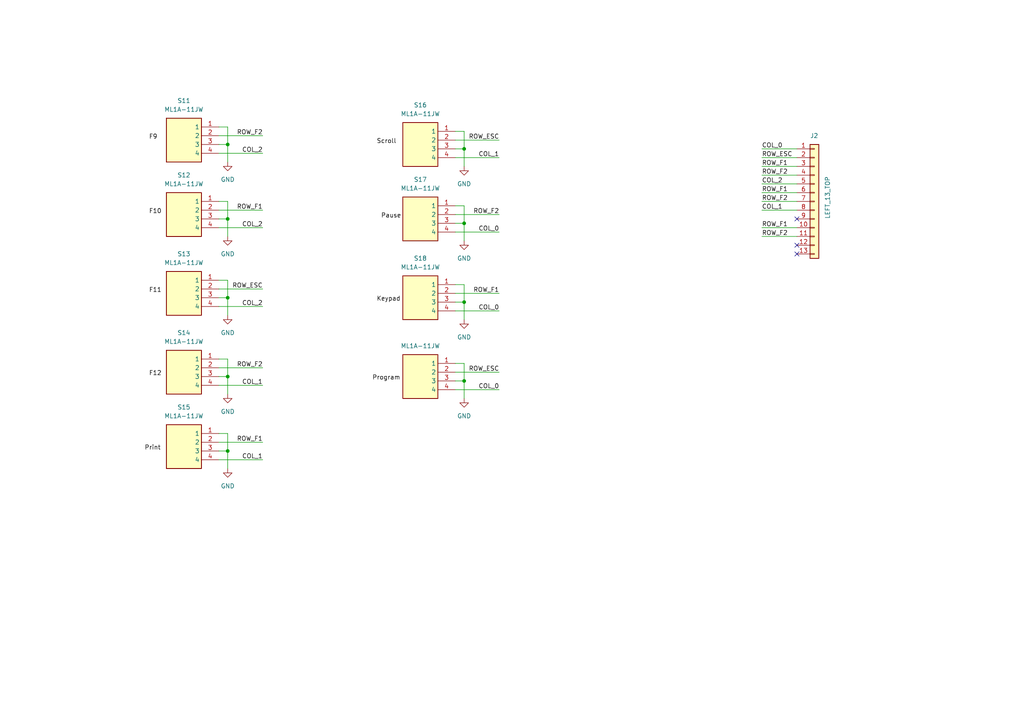
<source format=kicad_sch>
(kicad_sch (version 20230819) (generator eeschema)
  (paper "A4")
  (lib_symbols
    (symbol "Connector_Generic:Conn_01x13" (pin_names (offset 1.016) hide)
      (property "Reference" "J" (at 0 17.78 0))
      (property "Value" "Conn_01x13" (at 0 -17.78 0))
      (symbol "Conn_01x13_1_1"
        (rectangle (start -1.27 -15.113) (end 0 -15.367) (stroke (width 0.1524)))
        (rectangle (start -1.27 -12.573) (end 0 -12.827) (stroke (width 0.1524)))
        (rectangle (start -1.27 -10.033) (end 0 -10.287) (stroke (width 0.1524)))
        (rectangle (start -1.27 -7.493) (end 0 -7.747) (stroke (width 0.1524)))
        (rectangle (start -1.27 -4.953) (end 0 -5.207) (stroke (width 0.1524)))
        (rectangle (start -1.27 -2.413) (end 0 -2.667) (stroke (width 0.1524)))
        (rectangle (start -1.27 0.127) (end 0 -0.127) (stroke (width 0.1524)))
        (rectangle (start -1.27 2.667) (end 0 2.413) (stroke (width 0.1524)))
        (rectangle (start -1.27 5.207) (end 0 4.953) (stroke (width 0.1524)))
        (rectangle (start -1.27 7.747) (end 0 7.493) (stroke (width 0.1524)))
        (rectangle (start -1.27 10.287) (end 0 10.033) (stroke (width 0.1524)))
        (rectangle (start -1.27 12.827) (end 0 12.573) (stroke (width 0.1524)))
        (rectangle (start -1.27 15.367) (end 0 15.113) (stroke (width 0.1524)))
        (rectangle (start -1.27 16.51) (end 1.27 -16.51) (stroke (width 0.254)) (fill (type background)))
        (pin passive line (at -5.08 15.24 0) (length 3.81) (name "Pin_1") (number "1"))
        (pin passive line (at -5.08 -7.62 0) (length 3.81) (name "Pin_10") (number "10"))
        (pin passive line (at -5.08 -10.16 0) (length 3.81) (name "Pin_11") (number "11"))
        (pin passive line (at -5.08 -12.7 0) (length 3.81) (name "Pin_12") (number "12"))
        (pin passive line (at -5.08 -15.24 0) (length 3.81) (name "Pin_13") (number "13"))
        (pin passive line (at -5.08 12.7 0) (length 3.81) (name "Pin_2") (number "2"))
        (pin passive line (at -5.08 10.16 0) (length 3.81) (name "Pin_3") (number "3"))
        (pin passive line (at -5.08 7.62 0) (length 3.81) (name "Pin_4") (number "4"))
        (pin passive line (at -5.08 5.08 0) (length 3.81) (name "Pin_5") (number "5"))
        (pin passive line (at -5.08 2.54 0) (length 3.81) (name "Pin_6") (number "6"))
        (pin passive line (at -5.08 0 0) (length 3.81) (name "Pin_7") (number "7"))
        (pin passive line (at -5.08 -2.54 0) (length 3.81) (name "Pin_8") (number "8"))
        (pin passive line (at -5.08 -5.08 0) (length 3.81) (name "Pin_9") (number "9"))
      )
    )
    (symbol "dodo-buttons:ML1A-11JW"
      (property "Reference" "S" (at 0 -7.62 0))
      (property "Value" "ML1A-11JW" (at -5.08 8.89 0))
      (symbol "ML1A-11JW_1_1"
        (rectangle (start -5.08 6.35) (end 5.08 -6.35) (stroke (width 0.254)) (fill (type background)))
        (pin passive line (at 10.16 3.81 180) (length 5.08) (name "1") (number "1"))
        (pin passive line (at 10.16 1.27 180) (length 5.08) (name "2") (number "2"))
        (pin passive line (at 10.16 -1.27 180) (length 5.08) (name "3") (number "3"))
        (pin passive line (at 10.16 -3.81 180) (length 5.08) (name "4") (number "4"))
      )
    )
    (symbol "power:GND" (power) (pin_names (offset 0))
      (property "Value" "GND" (at 0 -3.81 0))
      (symbol "GND_0_1"
        (polyline (pts (xy 0 0) (xy 0 -1.27) (xy 1.27 -1.27) (xy 0 -2.54) (xy -1.27 -1.27) (xy 0 -1.27)))
      )
      (symbol "GND_1_1"
        (pin power_in line (at 0 0 270) (length 0) hide (name "GND") (number "1"))
      )
    )
  )
  (junction (at 134.62 110.49))
  (junction (at 66.04 86.36))
  (junction (at 66.04 109.22))
  (junction (at 134.62 43.18))
  (junction (at 66.04 130.81))
  (junction (at 134.62 87.63))
  (junction (at 66.04 41.91))
  (junction (at 66.04 63.5))
  (junction (at 134.62 64.77))
  (no_connect (at 231.14 63.5))
  (no_connect (at 231.14 73.66))
  (no_connect (at 231.14 71.12))
  (wire (pts (xy 132.08 59.69) (xy 134.62 59.69)))
  (wire (pts (xy 66.04 36.83) (xy 66.04 41.91)))
  (wire (pts (xy 66.04 109.22) (xy 66.04 114.3)))
  (wire (pts (xy 220.98 50.8) (xy 231.14 50.8)))
  (wire (pts (xy 220.98 48.26) (xy 231.14 48.26)))
  (wire (pts (xy 66.04 58.42) (xy 66.04 63.5)))
  (wire (pts (xy 132.08 90.17) (xy 144.78 90.17)))
  (wire (pts (xy 63.5 125.73) (xy 66.04 125.73)))
  (wire (pts (xy 63.5 36.83) (xy 66.04 36.83)))
  (wire (pts (xy 63.5 58.42) (xy 66.04 58.42)))
  (wire (pts (xy 134.62 82.55) (xy 134.62 87.63)))
  (wire (pts (xy 220.98 58.42) (xy 231.14 58.42)))
  (wire (pts (xy 132.08 64.77) (xy 134.62 64.77)))
  (wire (pts (xy 63.5 128.27) (xy 76.2 128.27)))
  (wire (pts (xy 66.04 41.91) (xy 66.04 46.99)))
  (wire (pts (xy 220.98 66.04) (xy 231.14 66.04)))
  (wire (pts (xy 134.62 87.63) (xy 134.62 92.71)))
  (wire (pts (xy 63.5 133.35) (xy 76.2 133.35)))
  (wire (pts (xy 132.08 67.31) (xy 144.78 67.31)))
  (wire (pts (xy 63.5 106.68) (xy 76.2 106.68)))
  (wire (pts (xy 63.5 88.9) (xy 76.2 88.9)))
  (wire (pts (xy 134.62 38.1) (xy 134.62 43.18)))
  (wire (pts (xy 220.98 53.34) (xy 231.14 53.34)))
  (wire (pts (xy 220.98 45.72) (xy 231.14 45.72)))
  (wire (pts (xy 134.62 59.69) (xy 134.62 64.77)))
  (wire (pts (xy 134.62 105.41) (xy 134.62 110.49)))
  (wire (pts (xy 132.08 40.64) (xy 144.78 40.64)))
  (wire (pts (xy 63.5 63.5) (xy 66.04 63.5)))
  (wire (pts (xy 132.08 107.95) (xy 144.78 107.95)))
  (wire (pts (xy 63.5 86.36) (xy 66.04 86.36)))
  (wire (pts (xy 132.08 45.72) (xy 144.78 45.72)))
  (wire (pts (xy 132.08 38.1) (xy 134.62 38.1)))
  (wire (pts (xy 66.04 63.5) (xy 66.04 68.58)))
  (wire (pts (xy 220.98 68.58) (xy 231.14 68.58)))
  (wire (pts (xy 134.62 110.49) (xy 134.62 115.57)))
  (wire (pts (xy 132.08 43.18) (xy 134.62 43.18)))
  (wire (pts (xy 63.5 81.28) (xy 66.04 81.28)))
  (wire (pts (xy 66.04 125.73) (xy 66.04 130.81)))
  (wire (pts (xy 220.98 60.96) (xy 231.14 60.96)))
  (wire (pts (xy 134.62 64.77) (xy 134.62 69.85)))
  (wire (pts (xy 132.08 87.63) (xy 134.62 87.63)))
  (wire (pts (xy 220.98 55.88) (xy 231.14 55.88)))
  (wire (pts (xy 63.5 41.91) (xy 66.04 41.91)))
  (wire (pts (xy 63.5 66.04) (xy 76.2 66.04)))
  (wire (pts (xy 132.08 105.41) (xy 134.62 105.41)))
  (wire (pts (xy 132.08 110.49) (xy 134.62 110.49)))
  (wire (pts (xy 63.5 60.96) (xy 76.2 60.96)))
  (wire (pts (xy 63.5 130.81) (xy 66.04 130.81)))
  (wire (pts (xy 220.98 43.18) (xy 231.14 43.18)))
  (wire (pts (xy 63.5 104.14) (xy 66.04 104.14)))
  (wire (pts (xy 132.08 82.55) (xy 134.62 82.55)))
  (wire (pts (xy 66.04 86.36) (xy 66.04 91.44)))
  (wire (pts (xy 63.5 44.45) (xy 76.2 44.45)))
  (wire (pts (xy 63.5 109.22) (xy 66.04 109.22)))
  (wire (pts (xy 66.04 130.81) (xy 66.04 135.89)))
  (wire (pts (xy 63.5 111.76) (xy 76.2 111.76)))
  (wire (pts (xy 132.08 113.03) (xy 144.78 113.03)))
  (wire (pts (xy 63.5 39.37) (xy 76.2 39.37)))
  (wire (pts (xy 66.04 104.14) (xy 66.04 109.22)))
  (wire (pts (xy 132.08 85.09) (xy 144.78 85.09)))
  (wire (pts (xy 132.08 62.23) (xy 144.78 62.23)))
  (wire (pts (xy 134.62 43.18) (xy 134.62 48.26)))
  (wire (pts (xy 66.04 81.28) (xy 66.04 86.36)))
  (wire (pts (xy 63.5 83.82) (xy 76.2 83.82)))
  (label "COL_1" (at 220.98 60.96 0))
  (label "ROW_F1" (at 144.78 85.09 180))
  (label "COL_1" (at 76.2 133.35 180))
  (label "COL_0" (at 144.78 113.03 180))
  (label "ROW_ESC" (at 76.2 83.82 180))
  (label "COL_1" (at 144.78 45.72 180))
  (label "ROW_F2" (at 220.98 50.8 0))
  (label "ROW_F1" (at 76.2 128.27 180))
  (label "F11" (at 43.18 85.09 0))
  (label "Keypad" (at 109.22 87.63 0))
  (label "ROW_ESC" (at 144.78 107.95 180))
  (label "Scroll" (at 109.22 41.91 0))
  (label "ROW_F2" (at 220.98 58.42 0))
  (label "ROW_F2" (at 220.98 68.58 0))
  (label "F12" (at 43.18 109.22 0))
  (label "COL_0" (at 144.78 90.17 180))
  (label "Print" (at 41.91 130.81 0))
  (label "COL_0" (at 144.78 67.31 180))
  (label "COL_2" (at 76.2 66.04 180))
  (label "ROW_F2" (at 144.78 62.23 180))
  (label "ROW_ESC" (at 220.98 45.72 0))
  (label "COL_2" (at 220.98 53.34 0))
  (label "COL_2" (at 76.2 44.45 180))
  (label "ROW_F1" (at 76.2 60.96 180))
  (label "Pause" (at 110.49 63.5 0))
  (label "ROW_F1" (at 220.98 55.88 0))
  (label "ROW_ESC" (at 144.78 40.64 180))
  (label "COL_0" (at 220.98 43.18 0))
  (label "COL_1" (at 76.2 111.76 180))
  (label "COL_2" (at 76.2 88.9 180))
  (label "ROW_F2" (at 76.2 106.68 180))
  (label "ROW_F1" (at 220.98 48.26 0))
  (label "F9" (at 43.18 40.64 0))
  (label "ROW_F1" (at 220.98 66.04 0))
  (label "F10" (at 43.18 62.23 0))
  (label "ROW_F2" (at 76.2 39.37 180))
  (label "Program" (at 107.95 110.49 0))
  (symbol (lib_id "power:GND") (at 134.62 115.57 0) (unit 1)
    (property "Reference" "#PWR01" (effects hide))
    (property "Value" "GND" (at 134.62 120.65 0))
    (property "Description" "Power symbol creates a global label with name \"GND\" , ground" (effects hide))
    (instances (project "kinesis_fkeys" (path "" (reference "#PWR01") (unit 1)) (path "" (reference "#PWR018") (unit 1))))
  )
  (symbol (lib_id "dodo-buttons:ML1A-11JW") (at 53.34 129.54 0) (unit 1)
    (property "Reference" "S15" (at 53.34 118.11 0))
    (property "Value" "ML1A-11JW" (at 53.34 120.65 0))
    (property "Footprint" "dodo_button_and_switch:ML1A11JW" (effects hide))
    (property "Datasheet" "http://switches-sensors.zf.com/wp-content/blogs.dir/7/2012/07/Keymodule_ML_EN.pdf" (effects hide))
    (property "Description" "Pushbutton Switches Ultra-Low Profile Mech. Keyswitch, Linear Feel Fixation Pins for PCB Mounting Jumper (for double sided PCB applications)" (effects hide))
    (property "Height" "6.9" (effects hide))
    (property "Mouser Part Number" "540-ML1A-11JW" (effects hide))
    (property "Mouser Price/Stock" "https://www.mouser.co.uk/ProductDetail/CHERRY/ML1A-11JW?qs=AQlKX63v8RtEVEgKx51JBA%3D%3D" (effects hide))
    (property "Manufacturer_Name" "Cherry" (effects hide))
    (property "Manufacturer_Part_Number" "ML1A-11JW" (effects hide))
  )
  (symbol (lib_id "dodo-buttons:ML1A-11JW") (at 121.92 63.5 0) (unit 1)
    (property "Reference" "S17" (at 121.92 52.07 0))
    (property "Value" "ML1A-11JW" (at 121.92 54.61 0))
    (property "Footprint" "dodo_button_and_switch:ML1A11JW" (effects hide))
    (property "Datasheet" "http://switches-sensors.zf.com/wp-content/blogs.dir/7/2012/07/Keymodule_ML_EN.pdf" (effects hide))
    (property "Description" "Pushbutton Switches Ultra-Low Profile Mech. Keyswitch, Linear Feel Fixation Pins for PCB Mounting Jumper (for double sided PCB applications)" (effects hide))
    (property "Height" "6.9" (effects hide))
    (property "Mouser Part Number" "540-ML1A-11JW" (effects hide))
    (property "Mouser Price/Stock" "https://www.mouser.co.uk/ProductDetail/CHERRY/ML1A-11JW?qs=AQlKX63v8RtEVEgKx51JBA%3D%3D" (effects hide))
    (property "Manufacturer_Name" "Cherry" (effects hide))
    (property "Manufacturer_Part_Number" "ML1A-11JW" (effects hide))
  )
  (symbol (lib_id "dodo-buttons:ML1A-11JW") (at 53.34 107.95 0) (unit 1)
    (property "Reference" "S14" (at 53.34 96.52 0))
    (property "Value" "ML1A-11JW" (at 53.34 99.06 0))
    (property "Footprint" "dodo_button_and_switch:ML1A11JW" (effects hide))
    (property "Datasheet" "http://switches-sensors.zf.com/wp-content/blogs.dir/7/2012/07/Keymodule_ML_EN.pdf" (effects hide))
    (property "Description" "Pushbutton Switches Ultra-Low Profile Mech. Keyswitch, Linear Feel Fixation Pins for PCB Mounting Jumper (for double sided PCB applications)" (effects hide))
    (property "Height" "6.9" (effects hide))
    (property "Mouser Part Number" "540-ML1A-11JW" (effects hide))
    (property "Mouser Price/Stock" "https://www.mouser.co.uk/ProductDetail/CHERRY/ML1A-11JW?qs=AQlKX63v8RtEVEgKx51JBA%3D%3D" (effects hide))
    (property "Manufacturer_Name" "Cherry" (effects hide))
    (property "Manufacturer_Part_Number" "ML1A-11JW" (effects hide))
  )
  (symbol (lib_id "power:GND") (at 134.62 48.26 0) (unit 1)
    (property "Reference" "#PWR01" (effects hide))
    (property "Value" "GND" (at 134.62 53.34 0))
    (property "Description" "Power symbol creates a global label with name \"GND\" , ground" (effects hide))
    (instances (project "kinesis_fkeys" (path "" (reference "#PWR01") (unit 1)) (path "" (reference "#PWR015") (unit 1))))
  )
  (symbol (lib_id "power:GND") (at 66.04 46.99 0) (unit 1)
    (property "Reference" "#PWR01" (effects hide))
    (property "Value" "GND" (at 66.04 52.07 0))
    (property "Description" "Power symbol creates a global label with name \"GND\" , ground" (effects hide))
    (instances (project "kinesis_fkeys" (path "" (reference "#PWR01") (unit 1)) (path "" (reference "#PWR010") (unit 1))))
  )
  (symbol (lib_id "dodo-buttons:ML1A-11JW") (at 53.34 85.09 0) (unit 1)
    (property "Reference" "S13" (at 53.34 73.66 0))
    (property "Value" "ML1A-11JW" (at 53.34 76.2 0))
    (property "Footprint" "dodo_button_and_switch:ML1A11JW" (effects hide))
    (property "Datasheet" "http://switches-sensors.zf.com/wp-content/blogs.dir/7/2012/07/Keymodule_ML_EN.pdf" (effects hide))
    (property "Description" "Pushbutton Switches Ultra-Low Profile Mech. Keyswitch, Linear Feel Fixation Pins for PCB Mounting Jumper (for double sided PCB applications)" (effects hide))
    (property "Height" "6.9" (effects hide))
    (property "Mouser Part Number" "540-ML1A-11JW" (effects hide))
    (property "Mouser Price/Stock" "https://www.mouser.co.uk/ProductDetail/CHERRY/ML1A-11JW?qs=AQlKX63v8RtEVEgKx51JBA%3D%3D" (effects hide))
    (property "Manufacturer_Name" "Cherry" (effects hide))
    (property "Manufacturer_Part_Number" "ML1A-11JW" (effects hide))
  )
  (symbol (lib_id "dodo-buttons:ML1A-11JW") (at 121.92 41.91 0) (unit 1)
    (property "Reference" "S16" (at 121.92 30.48 0))
    (property "Value" "ML1A-11JW" (at 121.92 33.02 0))
    (property "Footprint" "dodo_button_and_switch:ML1A11JW" (effects hide))
    (property "Datasheet" "http://switches-sensors.zf.com/wp-content/blogs.dir/7/2012/07/Keymodule_ML_EN.pdf" (effects hide))
    (property "Description" "Pushbutton Switches Ultra-Low Profile Mech. Keyswitch, Linear Feel Fixation Pins for PCB Mounting Jumper (for double sided PCB applications)" (effects hide))
    (property "Height" "6.9" (effects hide))
    (property "Mouser Part Number" "540-ML1A-11JW" (effects hide))
    (property "Mouser Price/Stock" "https://www.mouser.co.uk/ProductDetail/CHERRY/ML1A-11JW?qs=AQlKX63v8RtEVEgKx51JBA%3D%3D" (effects hide))
    (property "Manufacturer_Name" "Cherry" (effects hide))
    (property "Manufacturer_Part_Number" "ML1A-11JW" (effects hide))
  )
  (symbol (lib_id "dodo-buttons:ML1A-11JW") (at 53.34 40.64 0) (unit 1)
    (property "Reference" "S11" (at 53.34 29.21 0))
    (property "Value" "ML1A-11JW" (at 53.34 31.75 0))
    (property "Footprint" "dodo_button_and_switch:ML1A11JW" (effects hide))
    (property "Datasheet" "http://switches-sensors.zf.com/wp-content/blogs.dir/7/2012/07/Keymodule_ML_EN.pdf" (effects hide))
    (property "Description" "Pushbutton Switches Ultra-Low Profile Mech. Keyswitch, Linear Feel Fixation Pins for PCB Mounting Jumper (for double sided PCB applications)" (effects hide))
    (property "Height" "6.9" (effects hide))
    (property "Mouser Part Number" "540-ML1A-11JW" (effects hide))
    (property "Mouser Price/Stock" "https://www.mouser.co.uk/ProductDetail/CHERRY/ML1A-11JW?qs=AQlKX63v8RtEVEgKx51JBA%3D%3D" (effects hide))
    (property "Manufacturer_Name" "Cherry" (effects hide))
    (property "Manufacturer_Part_Number" "ML1A-11JW" (effects hide))
  )
  (symbol (lib_id "Connector_Generic:Conn_01x13") (at 236.22 58.42 0) (unit 1)
    (property "Reference" "J2" (at 234.95 39.37 0) (effects (justify left)))
    (property "Value" "LEFT_13_TOP" (at 240.03 63.5 90) (effects (justify left)))
    (property "Footprint" "dodo_conn:Molex-39-53-2135" (effects hide))
    (property "digikeypn" "WM14526-ND" (effects hide))
    (property "MPN" "39-53-2135" (effects hide))
    (property "mouserpn" "538-39-53-2135" (effects hide))
    (instances (project "kinesis_fkeys" (path "" (reference "J2") (unit 1)) (path "" (reference "J2") (unit 1))) (project "kinesis_board" (path "" (reference "J?") (unit 1))) (project "kint" (path "" (reference "J?") (unit 1))))
  )
  (symbol (lib_id "dodo-buttons:ML1A-11JW") (at 121.92 86.36 0) (unit 1)
    (property "Reference" "S18" (at 121.92 74.93 0))
    (property "Value" "ML1A-11JW" (at 121.92 77.47 0))
    (property "Footprint" "dodo_button_and_switch:ML1A11JW" (effects hide))
    (property "Datasheet" "http://switches-sensors.zf.com/wp-content/blogs.dir/7/2012/07/Keymodule_ML_EN.pdf" (effects hide))
    (property "Description" "Pushbutton Switches Ultra-Low Profile Mech. Keyswitch, Linear Feel Fixation Pins for PCB Mounting Jumper (for double sided PCB applications)" (effects hide))
    (property "Height" "6.9" (effects hide))
    (property "Mouser Part Number" "540-ML1A-11JW" (effects hide))
    (property "Mouser Price/Stock" "https://www.mouser.co.uk/ProductDetail/CHERRY/ML1A-11JW?qs=AQlKX63v8RtEVEgKx51JBA%3D%3D" (effects hide))
    (property "Manufacturer_Name" "Cherry" (effects hide))
    (property "Manufacturer_Part_Number" "ML1A-11JW" (effects hide))
  )
  (symbol (lib_id "power:GND") (at 66.04 91.44 0) (unit 1)
    (property "Reference" "#PWR01" (effects hide))
    (property "Value" "GND" (at 66.04 96.52 0))
    (property "Description" "Power symbol creates a global label with name \"GND\" , ground" (effects hide))
    (instances (project "kinesis_fkeys" (path "" (reference "#PWR01") (unit 1)) (path "" (reference "#PWR012") (unit 1))))
  )
  (symbol (lib_id "power:GND") (at 134.62 92.71 0) (unit 1)
    (property "Reference" "#PWR01" (effects hide))
    (property "Value" "GND" (at 134.62 97.79 0))
    (property "Description" "Power symbol creates a global label with name \"GND\" , ground" (effects hide))
    (instances (project "kinesis_fkeys" (path "" (reference "#PWR01") (unit 1)) (path "" (reference "#PWR017") (unit 1))))
  )
  (symbol (lib_id "dodo-buttons:ML1A-11JW") (at 121.92 109.22 0) (unit 1)
    (property "Reference" "S10" (effects hide))
    (property "Value" "ML1A-11JW" (at 121.92 100.33 0))
    (property "Footprint" "dodo_button_and_switch:ML1A11JW" (effects hide))
    (property "Datasheet" "http://switches-sensors.zf.com/wp-content/blogs.dir/7/2012/07/Keymodule_ML_EN.pdf" (effects hide))
    (property "Description" "Pushbutton Switches Ultra-Low Profile Mech. Keyswitch, Linear Feel Fixation Pins for PCB Mounting Jumper (for double sided PCB applications)" (effects hide))
    (property "Height" "6.9" (effects hide))
    (property "Mouser Part Number" "540-ML1A-11JW" (effects hide))
    (property "Mouser Price/Stock" "https://www.mouser.co.uk/ProductDetail/CHERRY/ML1A-11JW?qs=AQlKX63v8RtEVEgKx51JBA%3D%3D" (effects hide))
    (property "Manufacturer_Name" "Cherry" (effects hide))
    (property "Manufacturer_Part_Number" "ML1A-11JW" (effects hide))
  )
  (symbol (lib_id "power:GND") (at 134.62 69.85 0) (unit 1)
    (property "Reference" "#PWR01" (effects hide))
    (property "Value" "GND" (at 134.62 74.93 0))
    (property "Description" "Power symbol creates a global label with name \"GND\" , ground" (effects hide))
    (instances (project "kinesis_fkeys" (path "" (reference "#PWR01") (unit 1)) (path "" (reference "#PWR016") (unit 1))))
  )
  (symbol (lib_id "dodo-buttons:ML1A-11JW") (at 53.34 62.23 0) (unit 1)
    (property "Reference" "S12" (at 53.34 50.8 0))
    (property "Value" "ML1A-11JW" (at 53.34 53.34 0))
    (property "Footprint" "dodo_button_and_switch:ML1A11JW" (effects hide))
    (property "Datasheet" "http://switches-sensors.zf.com/wp-content/blogs.dir/7/2012/07/Keymodule_ML_EN.pdf" (effects hide))
    (property "Description" "Pushbutton Switches Ultra-Low Profile Mech. Keyswitch, Linear Feel Fixation Pins for PCB Mounting Jumper (for double sided PCB applications)" (effects hide))
    (property "Height" "6.9" (effects hide))
    (property "Mouser Part Number" "540-ML1A-11JW" (effects hide))
    (property "Mouser Price/Stock" "https://www.mouser.co.uk/ProductDetail/CHERRY/ML1A-11JW?qs=AQlKX63v8RtEVEgKx51JBA%3D%3D" (effects hide))
    (property "Manufacturer_Name" "Cherry" (effects hide))
    (property "Manufacturer_Part_Number" "ML1A-11JW" (effects hide))
  )
  (symbol (lib_id "power:GND") (at 66.04 135.89 0) (unit 1)
    (property "Reference" "#PWR01" (effects hide))
    (property "Value" "GND" (at 66.04 140.97 0))
    (property "Description" "Power symbol creates a global label with name \"GND\" , ground" (effects hide))
    (instances (project "kinesis_fkeys" (path "" (reference "#PWR01") (unit 1)) (path "" (reference "#PWR014") (unit 1))))
  )
  (symbol (lib_id "power:GND") (at 66.04 114.3 0) (unit 1)
    (property "Reference" "#PWR01" (effects hide))
    (property "Value" "GND" (at 66.04 119.38 0))
    (property "Description" "Power symbol creates a global label with name \"GND\" , ground" (effects hide))
    (instances (project "kinesis_fkeys" (path "" (reference "#PWR01") (unit 1)) (path "" (reference "#PWR013") (unit 1))))
  )
  (symbol (lib_id "power:GND") (at 66.04 68.58 0) (unit 1)
    (property "Reference" "#PWR01" (effects hide))
    (property "Value" "GND" (at 66.04 73.66 0))
    (property "Description" "Power symbol creates a global label with name \"GND\" , ground" (effects hide))
    (instances (project "kinesis_fkeys" (path "" (reference "#PWR01") (unit 1)) (path "" (reference "#PWR011") (unit 1))))
  )
)
</source>
